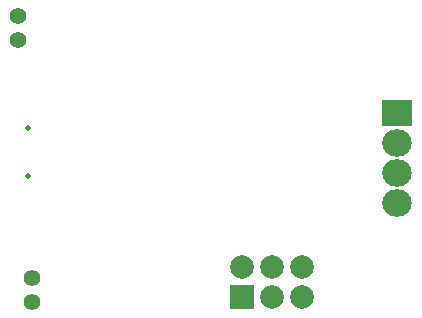
<source format=gbr>
G04 DipTrace 2.4.0.2*
%INBottomMask.gbr*%
%MOIN*%
%ADD23C,0.0197*%
%ADD41C,0.056*%
%ADD96O,0.0984X0.0906*%
%ADD98R,0.0984X0.0906*%
%ADD116C,0.0787*%
%ADD118R,0.0787X0.0787*%
%FSLAX44Y44*%
G04*
G70*
G90*
G75*
G01*
%LNBotMask*%
%LPD*%
D118*
X8319Y1166D3*
D116*
X9319D3*
X10319D3*
Y2166D3*
X9319D3*
X8319D3*
D41*
X1317Y1787D3*
Y1000D3*
X876Y9738D3*
Y10526D3*
D98*
X13500Y7300D3*
D96*
Y6300D3*
Y5300D3*
Y4300D3*
D23*
X1204Y6791D3*
Y5216D3*
M02*

</source>
